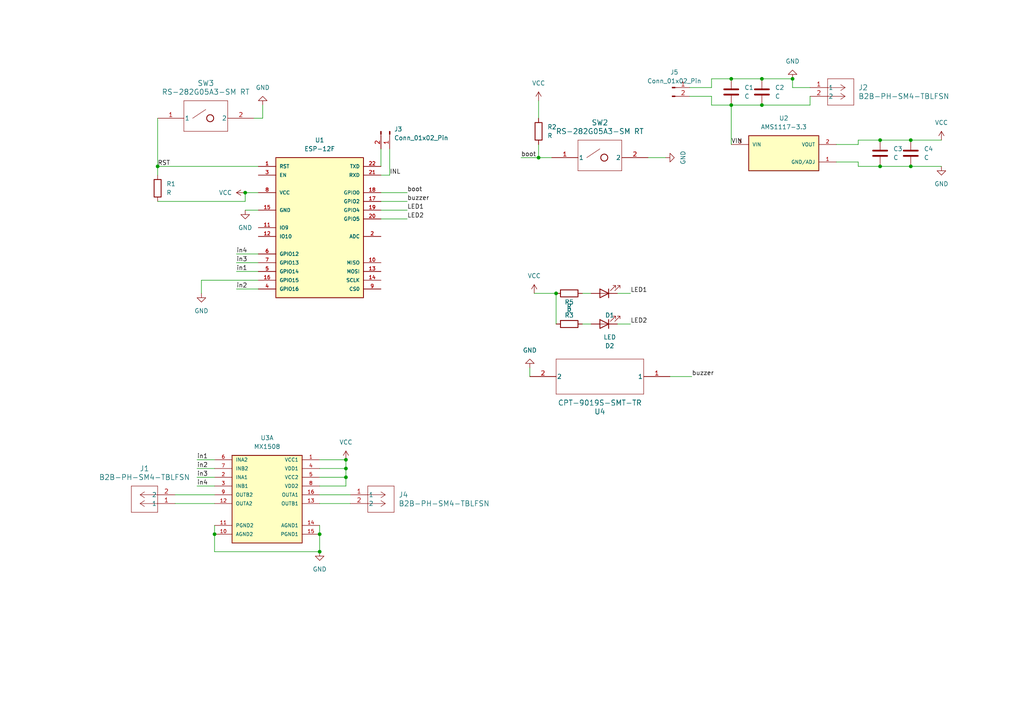
<source format=kicad_sch>
(kicad_sch (version 20230121) (generator eeschema)
  (paper "A4")
  (lib_symbols
    (symbol "Connector:Conn_01x02_Pin" (pin_names (offset 1.016) hide)
      (property "Reference" "J" (at 0 2.54 0))
      (property "Value" "Conn_01x02_Pin" (at 0 -5.08 0))
      (symbol "Conn_01x02_Pin_1_1"
        (polyline (pts (xy 1.27 -2.54) (xy 0.8636 -2.54)) (stroke (width 0.1524)))
        (polyline (pts (xy 1.27 0) (xy 0.8636 0)) (stroke (width 0.1524)))
        (rectangle (start 0.8636 -2.413) (end 0 -2.667) (stroke (width 0.1524)) (fill (type outline)))
        (rectangle (start 0.8636 0.127) (end 0 -0.127) (stroke (width 0.1524)) (fill (type outline)))
        (pin passive line (at 5.08 0 180) (length 3.81) (name "Pin_1") (number "1"))
        (pin passive line (at 5.08 -2.54 180) (length 3.81) (name "Pin_2") (number "2"))
      )
    )
    (symbol "Device:C" (pin_numbers hide) (pin_names (offset 0.254))
      (property "Reference" "C" (at 0.635 2.54 0))
      (property "Value" "C" (at 0.635 -2.54 0))
      (symbol "C_0_1"
        (polyline (pts (xy -2.032 -0.762) (xy 2.032 -0.762)) (stroke (width 0.508)))
        (polyline (pts (xy -2.032 0.762) (xy 2.032 0.762)) (stroke (width 0.508)))
      )
      (symbol "C_1_1"
        (pin passive line (at 0 3.81 270) (length 2.794) (name "~") (number "1"))
        (pin passive line (at 0 -3.81 90) (length 2.794) (name "~") (number "2"))
      )
    )
    (symbol "Device:LED" (pin_numbers hide) (pin_names (offset 1.016) hide)
      (property "Reference" "D" (at 0 2.54 0))
      (property "Value" "LED" (at 0 -2.54 0))
      (symbol "LED_0_1"
        (polyline (pts (xy -1.27 -1.27) (xy -1.27 1.27)) (stroke (width 0.254)))
        (polyline (pts (xy -1.27 0) (xy 1.27 0)))
        (polyline (pts (xy 1.27 -1.27) (xy 1.27 1.27) (xy -1.27 0) (xy 1.27 -1.27)) (stroke (width 0.254)))
        (polyline (pts (xy -3.048 -0.762) (xy -4.572 -2.286) (xy -3.81 -2.286) (xy -4.572 -2.286) (xy -4.572 -1.524)))
        (polyline (pts (xy -1.778 -0.762) (xy -3.302 -2.286) (xy -2.54 -2.286) (xy -3.302 -2.286) (xy -3.302 -1.524)))
      )
      (symbol "LED_1_1"
        (pin passive line (at -3.81 0 0) (length 2.54) (name "K") (number "1"))
        (pin passive line (at 3.81 0 180) (length 2.54) (name "A") (number "2"))
      )
    )
    (symbol "Device:R" (pin_numbers hide) (pin_names (offset 0))
      (property "Reference" "R" (at 2.032 0 90))
      (property "Value" "R" (at 0 0 90))
      (symbol "R_0_1"
        (rectangle (start -1.016 -2.54) (end 1.016 2.54) (stroke (width 0.254)))
      )
      (symbol "R_1_1"
        (pin passive line (at 0 3.81 270) (length 1.27) (name "~") (number "1"))
        (pin passive line (at 0 -3.81 90) (length 1.27) (name "~") (number "2"))
      )
    )
    (symbol "esp_example_symbols:AMS1117-3.3" (pin_names (offset 1.016))
      (property "Reference" "U" (at -10.16 5.588 0))
      (property "Value" "AMS1117-3.3" (at -10.16 -8.128 0))
      (symbol "AMS1117-3.3_0_0"
        (rectangle (start -10.16 -5.08) (end 10.16 5.08) (stroke (width 0.254)) (fill (type background)))
        (pin power_in line (at 15.24 -2.54 180) (length 5.08) (name "GND/ADJ") (number "1"))
        (pin output line (at 15.24 2.54 180) (length 5.08) (name "VOUT") (number "2"))
        (pin input line (at -15.24 2.54 0) (length 5.08) (name "VIN") (number "3"))
      )
    )
    (symbol "esp_example_symbols:B2B-PH-SM4-TBLFSN" (pin_names (offset 0.254))
      (property "Reference" "J" (at 8.89 6.35 0))
      (property "Value" "B2B-PH-SM4-TBLFSN" (at 0 0 0))
      (symbol "B2B-PH-SM4-TBLFSN_1_1"
        (polyline (pts (xy 5.08 -5.08) (xy 12.7 -5.08)) (stroke (width 0.127)))
        (polyline (pts (xy 5.08 2.54) (xy 5.08 -5.08)) (stroke (width 0.127)))
        (polyline (pts (xy 10.16 -2.54) (xy 5.08 -2.54)) (stroke (width 0.127)))
        (polyline (pts (xy 10.16 -2.54) (xy 8.89 -3.3867)) (stroke (width 0.127)))
        (polyline (pts (xy 10.16 -2.54) (xy 8.89 -1.6933)) (stroke (width 0.127)))
        (polyline (pts (xy 10.16 0) (xy 5.08 0)) (stroke (width 0.127)))
        (polyline (pts (xy 10.16 0) (xy 8.89 -0.8467)) (stroke (width 0.127)))
        (polyline (pts (xy 10.16 0) (xy 8.89 0.8467)) (stroke (width 0.127)))
        (polyline (pts (xy 12.7 -5.08) (xy 12.7 2.54)) (stroke (width 0.127)))
        (polyline (pts (xy 12.7 2.54) (xy 5.08 2.54)) (stroke (width 0.127)))
        (pin unspecified line (at 0 0 0) (length 5.08) (name "1") (number "1"))
        (pin unspecified line (at 0 -2.54 0) (length 5.08) (name "2") (number "2"))
      )
      (symbol "B2B-PH-SM4-TBLFSN_1_2"
        (polyline (pts (xy 5.08 -5.08) (xy 12.7 -5.08)) (stroke (width 0.127)))
        (polyline (pts (xy 5.08 2.54) (xy 5.08 -5.08)) (stroke (width 0.127)))
        (polyline (pts (xy 7.62 -2.54) (xy 5.08 -2.54)) (stroke (width 0.127)))
        (polyline (pts (xy 7.62 -2.54) (xy 8.89 -3.3867)) (stroke (width 0.127)))
        (polyline (pts (xy 7.62 -2.54) (xy 8.89 -1.6933)) (stroke (width 0.127)))
        (polyline (pts (xy 7.62 0) (xy 5.08 0)) (stroke (width 0.127)))
        (polyline (pts (xy 7.62 0) (xy 8.89 -0.8467)) (stroke (width 0.127)))
        (polyline (pts (xy 7.62 0) (xy 8.89 0.8467)) (stroke (width 0.127)))
        (polyline (pts (xy 12.7 -5.08) (xy 12.7 2.54)) (stroke (width 0.127)))
        (polyline (pts (xy 12.7 2.54) (xy 5.08 2.54)) (stroke (width 0.127)))
        (pin unspecified line (at 0 0 0) (length 5.08) (name "1") (number "1"))
        (pin unspecified line (at 0 -2.54 0) (length 5.08) (name "2") (number "2"))
      )
    )
    (symbol "esp_example_symbols:CPT-9019S-SMT-TR" (pin_names (offset 0.254))
      (property "Reference" "U" (at 20.32 10.16 0))
      (property "Value" "CPT-9019S-SMT-TR" (at 20.32 7.62 0))
      (symbol "CPT-9019S-SMT-TR_0_1"
        (polyline (pts (xy 7.62 -5.08) (xy 33.02 -5.08)) (stroke (width 0.127)))
        (polyline (pts (xy 7.62 5.08) (xy 7.62 -5.08)) (stroke (width 0.127)))
        (polyline (pts (xy 33.02 -5.08) (xy 33.02 5.08)) (stroke (width 0.127)))
        (polyline (pts (xy 33.02 5.08) (xy 7.62 5.08)) (stroke (width 0.127)))
        (pin unspecified line (at 0 0 0) (length 7.62) (name "1") (number "1"))
        (pin unspecified line (at 40.64 0 180) (length 7.62) (name "2") (number "2"))
      )
    )
    (symbol "esp_example_symbols:ESP-12F" (pin_names (offset 1.016))
      (property "Reference" "U" (at -12.7254 22.9057 0))
      (property "Value" "ESP-12F" (at -12.7237 -22.9026 0))
      (symbol "ESP-12F_0_0"
        (rectangle (start -12.7 20.32) (end 12.7 -20.32) (stroke (width 0.254)) (fill (type background)))
        (pin bidirectional line (at -17.78 17.78 0) (length 5.08) (name "RST") (number "1"))
        (pin bidirectional line (at 17.78 -10.16 180) (length 5.08) (name "MISO") (number "10"))
        (pin bidirectional line (at -17.78 0 0) (length 5.08) (name "IO9") (number "11"))
        (pin bidirectional line (at -17.78 -2.54 0) (length 5.08) (name "IO10") (number "12"))
        (pin bidirectional line (at 17.78 -12.7 180) (length 5.08) (name "MOSI") (number "13"))
        (pin bidirectional line (at 17.78 -15.24 180) (length 5.08) (name "SCLK") (number "14"))
        (pin bidirectional line (at -17.78 5.08 0) (length 5.08) (name "GND") (number "15"))
        (pin bidirectional line (at -17.78 -15.24 0) (length 5.08) (name "GPIO15") (number "16"))
        (pin bidirectional line (at 17.78 7.62 180) (length 5.08) (name "GPIO2") (number "17"))
        (pin bidirectional line (at 17.78 10.16 180) (length 5.08) (name "GPIO0") (number "18"))
        (pin bidirectional line (at 17.78 5.08 180) (length 5.08) (name "GPIO4") (number "19"))
        (pin bidirectional line (at 17.78 -2.54 180) (length 5.08) (name "ADC") (number "2"))
        (pin bidirectional line (at 17.78 2.54 180) (length 5.08) (name "GPIO5") (number "20"))
        (pin bidirectional line (at 17.78 15.24 180) (length 5.08) (name "RXD") (number "21"))
        (pin bidirectional line (at 17.78 17.78 180) (length 5.08) (name "TXD") (number "22"))
        (pin bidirectional line (at -17.78 15.24 0) (length 5.08) (name "EN") (number "3"))
        (pin bidirectional line (at -17.78 -17.78 0) (length 5.08) (name "GPIO16") (number "4"))
        (pin bidirectional line (at -17.78 -12.7 0) (length 5.08) (name "GPIO14") (number "5"))
        (pin bidirectional line (at -17.78 -7.62 0) (length 5.08) (name "GPIO12") (number "6"))
        (pin bidirectional line (at -17.78 -10.16 0) (length 5.08) (name "GPIO13") (number "7"))
        (pin bidirectional line (at -17.78 10.16 0) (length 5.08) (name "VCC") (number "8"))
        (pin bidirectional line (at 17.78 -17.78 180) (length 5.08) (name "CS0") (number "9"))
      )
    )
    (symbol "esp_example_symbols:MX1508" (pin_names (offset 1.016))
      (property "Reference" "U" (at -10.16 15.24 0))
      (property "Value" "MX1508" (at -10.16 -15.24 0))
      (symbol "MX1508_1_0"
        (rectangle (start -10.16 12.7) (end 10.16 -12.7) (stroke (width 0.254)) (fill (type background)))
        (pin power_in line (at 15.24 11.43 180) (length 5.08) (name "VCC1") (number "1"))
        (pin power_in line (at -15.24 -10.16 0) (length 5.08) (name "AGND2") (number "10"))
        (pin power_in line (at -15.24 -7.62 0) (length 5.08) (name "PGND2") (number "11"))
        (pin input line (at -15.24 -1.27 0) (length 5.08) (name "OUTA2") (number "12"))
        (pin output line (at 15.24 -1.27 180) (length 5.08) (name "OUTB1") (number "13"))
        (pin power_in line (at 15.24 -7.62 180) (length 5.08) (name "AGND1") (number "14"))
        (pin power_in line (at 15.24 -10.16 180) (length 5.08) (name "PGND1") (number "15"))
        (pin output line (at 15.24 1.27 180) (length 5.08) (name "OUTA1") (number "16"))
        (pin input line (at -15.24 6.35 0) (length 5.08) (name "INA1") (number "2"))
        (pin input line (at -15.24 3.81 0) (length 5.08) (name "INB1") (number "3"))
        (pin power_in line (at 15.24 8.89 180) (length 5.08) (name "VDD1") (number "4"))
        (pin power_in line (at 15.24 6.35 180) (length 5.08) (name "VCC2") (number "5"))
        (pin input line (at -15.24 11.43 0) (length 5.08) (name "INA2") (number "6"))
        (pin input line (at -15.24 8.89 0) (length 5.08) (name "INB2") (number "7"))
        (pin power_in line (at 15.24 3.81 180) (length 5.08) (name "VDD2") (number "8"))
        (pin input line (at -15.24 1.27 0) (length 5.08) (name "OUTB2") (number "9"))
      )
      (symbol "MX1508_2_0"
        (rectangle (start -10.16 -12.7) (end 10.16 12.7) (stroke (width 0.254)) (fill (type background)))
        (pin power_in line (at 15.24 -7.62 180) (length 5.08) (name "AGND2") (number "10"))
        (pin power_in line (at 15.24 -10.16 180) (length 5.08) (name "PGND2") (number "11"))
        (pin output line (at 15.24 2.54 180) (length 5.08) (name "OUTA2") (number "12"))
        (pin input line (at -15.24 -1.27 0) (length 5.08) (name "OUTA2") (number "12-UB"))
        (pin power_in line (at 15.24 10.16 180) (length 5.08) (name "VCC2") (number "5"))
        (pin input line (at -15.24 2.54 0) (length 5.08) (name "INA2") (number "6"))
        (pin input line (at -15.24 -2.54 0) (length 5.08) (name "INB2") (number "7"))
        (pin power_in line (at 15.24 7.62 180) (length 5.08) (name "VDD2") (number "8"))
        (pin output line (at 15.24 -2.54 180) (length 5.08) (name "OUTB2") (number "9"))
        (pin input line (at -15.24 1.27 0) (length 5.08) (name "OUTB2") (number "9-UB"))
      )
    )
    (symbol "esp_example_symbols:RS-282G05A3-SM_RT" (pin_names (offset 0.254))
      (property "Reference" "SW" (at 40.64 12.7 0))
      (property "Value" "RS-282G05A3-SM RT" (at 40.64 10.16 0))
      (symbol "RS-282G05A3-SM_RT_0_1"
        (polyline (pts (xy 50.8 -3.81) (xy 63.5 -3.81)) (stroke (width 0.127)))
        (polyline (pts (xy 50.8 5.08) (xy 50.8 -3.81)) (stroke (width 0.127)))
        (polyline (pts (xy 53.34 0) (xy 57.15 2.54)) (stroke (width 0.127)))
        (polyline (pts (xy 63.5 -3.81) (xy 63.5 5.08)) (stroke (width 0.127)))
        (polyline (pts (xy 63.5 5.08) (xy 50.8 5.08)) (stroke (width 0.127)))
        (circle (center 58.42 0) (radius 1.016) (stroke (width 0.254)))
        (pin unspecified line (at 43.18 0 0) (length 7.62) (name "1") (number "1"))
        (pin unspecified line (at 71.12 0 180) (length 7.62) (name "2") (number "2"))
      )
    )
    (symbol "power:GND" (power) (pin_names (offset 0))
      (property "Value" "GND" (at 0 -3.81 0))
      (symbol "GND_0_1"
        (polyline (pts (xy 0 0) (xy 0 -1.27) (xy 1.27 -1.27) (xy 0 -2.54) (xy -1.27 -1.27) (xy 0 -1.27)))
      )
      (symbol "GND_1_1"
        (pin power_in line (at 0 0 270) (length 0) hide (name "GND") (number "1"))
      )
    )
    (symbol "power:VCC" (power) (pin_names (offset 0))
      (property "Value" "VCC" (at 0 3.81 0))
      (symbol "VCC_0_1"
        (polyline (pts (xy -0.762 1.27) (xy 0 2.54)))
        (polyline (pts (xy 0 0) (xy 0 2.54)))
        (polyline (pts (xy 0 2.54) (xy 0.762 1.27)))
      )
      (symbol "VCC_1_1"
        (pin power_in line (at 0 0 90) (length 0) hide (name "VCC") (number "1"))
      )
    )
  )
  (junction (at 264.16 40.64))
  (junction (at 161.29 85.09))
  (junction (at 156.21 45.72))
  (junction (at 62.23 154.94))
  (junction (at 100.33 138.43))
  (junction (at 255.27 48.26))
  (junction (at 212.09 22.86))
  (junction (at 100.33 135.89))
  (junction (at 255.27 40.64))
  (junction (at 212.09 30.48))
  (junction (at 220.98 30.48))
  (junction (at 264.16 48.26))
  (junction (at 92.71 160.02))
  (junction (at 92.71 154.94))
  (junction (at 100.33 133.35))
  (junction (at 220.98 22.86))
  (junction (at 229.87 22.86))
  (junction (at 71.12 55.88))
  (junction (at 45.72 48.26))
  (wire (pts (xy 100.33 133.35) (xy 100.33 135.89)))
  (wire (pts (xy 153.67 106.68) (xy 153.67 109.22)))
  (wire (pts (xy 212.09 22.86) (xy 220.98 22.86)))
  (wire (pts (xy 255.27 40.64) (xy 248.92 40.64)))
  (wire (pts (xy 100.33 140.97) (xy 100.33 138.43)))
  (wire (pts (xy 57.15 135.89) (xy 62.23 135.89)))
  (wire (pts (xy 242.57 46.99) (xy 248.92 46.99)))
  (wire (pts (xy 179.07 93.98) (xy 182.88 93.98)))
  (wire (pts (xy 71.12 58.42) (xy 71.12 55.88)))
  (wire (pts (xy 62.23 160.02) (xy 92.71 160.02)))
  (wire (pts (xy 68.58 83.82) (xy 74.93 83.82)))
  (wire (pts (xy 113.03 50.8) (xy 110.49 50.8)))
  (wire (pts (xy 206.375 25.4) (xy 206.375 22.86)))
  (wire (pts (xy 156.21 45.72) (xy 160.02 45.72)))
  (wire (pts (xy 229.87 25.4) (xy 234.95 25.4)))
  (wire (pts (xy 273.05 48.26) (xy 264.16 48.26)))
  (wire (pts (xy 50.8 146.05) (xy 62.23 146.05)))
  (wire (pts (xy 171.45 85.09) (xy 168.91 85.09)))
  (wire (pts (xy 68.58 78.74) (xy 74.93 78.74)))
  (wire (pts (xy 92.71 152.4) (xy 92.71 154.94)))
  (wire (pts (xy 68.58 73.66) (xy 74.93 73.66)))
  (wire (pts (xy 248.92 48.26) (xy 255.27 48.26)))
  (wire (pts (xy 151.13 45.72) (xy 156.21 45.72)))
  (wire (pts (xy 168.91 93.98) (xy 171.45 93.98)))
  (wire (pts (xy 206.375 22.86) (xy 212.09 22.86)))
  (wire (pts (xy 110.49 63.5) (xy 118.11 63.5)))
  (wire (pts (xy 156.21 45.72) (xy 156.21 41.91)))
  (wire (pts (xy 71.12 60.96) (xy 74.93 60.96)))
  (wire (pts (xy 45.72 58.42) (xy 71.12 58.42)))
  (wire (pts (xy 234.95 30.48) (xy 234.95 27.94)))
  (wire (pts (xy 45.72 48.26) (xy 45.72 50.8)))
  (wire (pts (xy 229.87 22.86) (xy 229.87 25.4)))
  (wire (pts (xy 76.2 30.48) (xy 76.2 34.29)))
  (wire (pts (xy 58.42 85.09) (xy 58.42 81.28)))
  (wire (pts (xy 110.49 43.18) (xy 110.49 48.26)))
  (wire (pts (xy 45.72 34.29) (xy 45.72 48.26)))
  (wire (pts (xy 154.94 85.09) (xy 161.29 85.09)))
  (wire (pts (xy 200.025 27.94) (xy 206.375 27.94)))
  (wire (pts (xy 92.71 138.43) (xy 100.33 138.43)))
  (wire (pts (xy 161.29 85.09) (xy 161.29 93.98)))
  (wire (pts (xy 212.09 30.48) (xy 212.09 41.91)))
  (wire (pts (xy 92.71 133.35) (xy 100.33 133.35)))
  (wire (pts (xy 62.23 152.4) (xy 62.23 154.94)))
  (wire (pts (xy 248.92 48.26) (xy 248.92 46.99)))
  (wire (pts (xy 156.21 29.21) (xy 156.21 34.29)))
  (wire (pts (xy 206.375 30.48) (xy 212.09 30.48)))
  (wire (pts (xy 194.31 109.22) (xy 200.66 109.22)))
  (wire (pts (xy 92.71 135.89) (xy 100.33 135.89)))
  (wire (pts (xy 58.42 81.28) (xy 74.93 81.28)))
  (wire (pts (xy 113.03 43.18) (xy 113.03 50.8)))
  (wire (pts (xy 92.71 140.97) (xy 100.33 140.97)))
  (wire (pts (xy 248.92 40.64) (xy 248.92 41.91)))
  (wire (pts (xy 71.12 55.88) (xy 74.93 55.88)))
  (wire (pts (xy 57.15 138.43) (xy 62.23 138.43)))
  (wire (pts (xy 92.71 143.51) (xy 101.6 143.51)))
  (wire (pts (xy 187.96 45.72) (xy 193.04 45.72)))
  (wire (pts (xy 179.07 85.09) (xy 182.88 85.09)))
  (wire (pts (xy 92.71 146.05) (xy 101.6 146.05)))
  (wire (pts (xy 92.71 160.02) (xy 92.71 154.94)))
  (wire (pts (xy 110.49 55.88) (xy 118.11 55.88)))
  (wire (pts (xy 200.025 25.4) (xy 206.375 25.4)))
  (wire (pts (xy 50.8 143.51) (xy 62.23 143.51)))
  (wire (pts (xy 242.57 41.91) (xy 248.92 41.91)))
  (wire (pts (xy 68.58 76.2) (xy 74.93 76.2)))
  (wire (pts (xy 220.98 22.86) (xy 229.87 22.86)))
  (wire (pts (xy 57.15 140.97) (xy 62.23 140.97)))
  (wire (pts (xy 273.05 40.64) (xy 264.16 40.64)))
  (wire (pts (xy 62.23 154.94) (xy 62.23 160.02)))
  (wire (pts (xy 74.93 48.26) (xy 45.72 48.26)))
  (wire (pts (xy 220.98 30.48) (xy 234.95 30.48)))
  (wire (pts (xy 57.15 133.35) (xy 62.23 133.35)))
  (wire (pts (xy 212.09 30.48) (xy 220.98 30.48)))
  (wire (pts (xy 100.33 135.89) (xy 100.33 138.43)))
  (wire (pts (xy 110.49 60.96) (xy 118.11 60.96)))
  (wire (pts (xy 264.16 48.26) (xy 255.27 48.26)))
  (wire (pts (xy 206.375 27.94) (xy 206.375 30.48)))
  (wire (pts (xy 110.49 58.42) (xy 118.11 58.42)))
  (wire (pts (xy 255.27 40.64) (xy 264.16 40.64)))
  (wire (pts (xy 76.2 34.29) (xy 73.66 34.29)))
  (label "buzzer" (at 200.66 109.22 0))
  (label "boot" (at 151.13 45.72 0))
  (label "LED2" (at 118.11 63.5 0))
  (label "boot" (at 118.11 55.88 0))
  (label "in3" (at 68.58 76.2 0))
  (label "in2" (at 68.58 83.82 0))
  (label "RST" (at 45.72 48.26 0))
  (label "LED1" (at 182.88 85.09 0))
  (label "buzzer" (at 118.11 58.42 0))
  (label "LED2" (at 182.88 93.98 0))
  (label "INL" (at 113.03 50.8 0))
  (label "in4" (at 57.15 140.97 0))
  (label "in2" (at 57.15 135.89 0))
  (label "LED1" (at 118.11 60.96 0))
  (label "in1" (at 68.58 78.74 0))
  (label "VIN" (at 212.09 41.91 0))
  (label "in4" (at 68.58 73.66 0))
  (label "in1" (at 57.15 133.35 0))
  (label "in3" (at 57.15 138.43 0))
  (symbol (lib_id "Connector:Conn_01x02_Pin") (at 194.945 25.4 0) (unit 1)
    (property "Reference" "J5" (at 195.58 20.955 0))
    (property "Value" "Conn_01x02_Pin" (at 195.58 23.495 0))
    (property "Footprint" "Connector_PinHeader_2.54mm:PinHeader_1x02_P2.54mm_Vertical" (effects hide))
  )
  (symbol (lib_id "Device:LED") (at 175.26 93.98 180) (unit 1)
    (property "Reference" "D2" (at 176.8475 100.33 0))
    (property "Value" "LED" (at 176.8475 97.79 0))
    (property "Footprint" "LED_SMD:LED_1206_3216Metric" (effects hide))
  )
  (symbol (lib_id "power:GND") (at 193.04 45.72 90) (unit 1)
    (property "Reference" "#PWR09" (effects hide))
    (property "Value" "GND" (at 198.12 45.72 0))
  )
  (symbol (lib_id "Device:R") (at 165.1 93.98 90) (unit 1)
    (property "Reference" "R5" (at 165.1 87.63 90))
    (property "Value" "R" (at 165.1 90.17 90))
    (property "Footprint" "Resistor_SMD:R_0805_2012Metric" (effects hide))
  )
  (symbol (lib_id "power:VCC") (at 100.33 133.35 0) (unit 1)
    (property "Reference" "#PWR06" (effects hide))
    (property "Value" "VCC" (at 100.33 128.27 0))
  )
  (symbol (lib_id "esp_example_symbols:B2B-PH-SM4-TBLFSN") (at 234.95 25.4 0) (unit 1)
    (property "Reference" "J2" (at 248.92 25.4 0) (effects (font (size 1.524 1.524)) (justify left)))
    (property "Value" "B2B-PH-SM4-TBLFSN" (at 248.92 27.94 0) (effects (font (size 1.524 1.524)) (justify left)))
    (property "Footprint" "esp_lib:B2B-PH-SM4-TBLFSN_JST" (effects hide))
    (property "Datasheet" "B2B-PH-SM4-TBLFSN" (effects hide))
  )
  (symbol (lib_id "power:GND") (at 273.05 48.26 0) (unit 1)
    (property "Reference" "#PWR04" (effects hide))
    (property "Value" "GND" (at 273.05 53.34 0))
  )
  (symbol (lib_id "esp_example_symbols:B2B-PH-SM4-TBLFSN") (at 50.8 146.05 180) (unit 1)
    (property "Reference" "J1" (at 41.91 135.89 0) (effects (font (size 1.524 1.524))))
    (property "Value" "B2B-PH-SM4-TBLFSN" (at 41.91 138.43 0) (effects (font (size 1.524 1.524))))
    (property "Footprint" "esp_lib:B2B-PH-SM4-TBLFSN_JST" (effects hide))
    (property "Datasheet" "B2B-PH-SM4-TBLFSN" (effects hide))
  )
  (symbol (lib_id "esp_example_symbols:ESP-12F") (at 92.71 66.04 0) (unit 1)
    (property "Reference" "U1" (at 92.71 40.64 0))
    (property "Value" "ESP-12F" (at 92.71 43.18 0))
    (property "Footprint" "esp_lib:ESP-12F" (effects hide))
    (property "MF" "AI-Thinker" (effects hide))
    (property "Description" "\nWiFi Module\n" (effects hide))
    (property "Package" "Package" (effects hide))
    (property "Price" "None" (effects hide))
    (property "SnapEDA_Link" "https://www.snapeda.com/parts/ESP-12F/AI-Thinker/view-part/?ref=snap" (effects hide))
    (property "MP" "ESP-12F" (effects hide))
    (property "Availability" "Not in stock" (effects hide))
    (property "Check_prices" "https://www.snapeda.com/parts/ESP-12F/AI-Thinker/view-part/?ref=eda" (effects hide))
  )
  (symbol (lib_id "Device:LED") (at 175.26 85.09 180) (unit 1)
    (property "Reference" "D1" (at 176.8475 91.44 0))
    (property "Value" "LED" (effects hide))
    (property "Footprint" "LED_SMD:LED_1206_3216Metric" (effects hide))
  )
  (symbol (lib_id "power:GND") (at 229.87 22.86 180) (unit 1)
    (property "Reference" "#PWR07" (effects hide))
    (property "Value" "GND" (at 229.87 17.78 0))
  )
  (symbol (lib_id "esp_example_symbols:CPT-9019S-SMT-TR") (at 194.31 109.22 180) (unit 1)
    (property "Reference" "U4" (at 173.99 119.38 0) (effects (font (size 1.524 1.524))))
    (property "Value" "CPT-9019S-SMT-TR" (at 173.99 116.84 0) (effects (font (size 1.524 1.524))))
    (property "Footprint" "esp_lib:SM_CPT_9X9_CUD" (effects hide))
    (property "Datasheet" "CPT-9019S-SMT-TR" (effects hide))
  )
  (symbol (lib_id "esp_example_symbols:MX1508") (at 77.47 144.78 0) (unit 1)
    (property "Reference" "U3" (at 77.47 127 0))
    (property "Value" "MX1508" (at 77.47 129.54 0))
    (property "Footprint" "esp_lib:MX1508" (effects hide))
    (property "Description" "\n" (effects hide))
  )
  (symbol (lib_id "esp_example_symbols:AMS1117-3.3") (at 227.33 44.45 0) (unit 1)
    (property "Reference" "U2" (at 227.33 34.29 0))
    (property "Value" "AMS1117-3.3" (at 227.33 36.83 0))
    (property "Footprint" "esp_lib:SOT229P700X180-4N" (effects hide))
    (property "SnapEDA_Link" "https://www.snapeda.com/parts/AMS1117-3.3/Umwelt+Sensor+Teknik/view-part/?ref=snap" (effects hide))
    (property "Description" "\nLinear Voltage Regulator IC Positive Fixed 1 Output 1A SOT-223-3L\n" (effects hide))
    (property "Package" "None" (effects hide))
    (property "Price" "None" (effects hide))
    (property "MF" "UMW" (effects hide))
    (property "MP" "AMS1117-3.3" (effects hide))
    (property "Availability" "In Stock" (effects hide))
    (property "Check_prices" "https://www.snapeda.com/parts/AMS1117-3.3/Umwelt+Sensor+Teknik/view-part/?ref=eda" (effects hide))
  )
  (symbol (lib_id "esp_example_symbols:B2B-PH-SM4-TBLFSN") (at 101.6 143.51 0) (unit 1)
    (property "Reference" "J4" (at 115.57 143.51 0) (effects (font (size 1.524 1.524)) (justify left)))
    (property "Value" "B2B-PH-SM4-TBLFSN" (at 115.57 146.05 0) (effects (font (size 1.524 1.524)) (justify left)))
    (property "Footprint" "esp_lib:B2B-PH-SM4-TBLFSN_JST" (effects hide))
    (property "Datasheet" "B2B-PH-SM4-TBLFSN" (effects hide))
  )
  (symbol (lib_id "Device:R") (at 45.72 54.61 0) (unit 1)
    (property "Reference" "R1" (at 48.26 53.34 0) (effects (justify left)))
    (property "Value" "R" (at 48.26 55.88 0) (effects (justify left)))
    (property "Footprint" "Resistor_SMD:R_0805_2012Metric" (effects hide))
  )
  (symbol (lib_id "esp_example_symbols:RS-282G05A3-SM_RT") (at 116.84 45.72 0) (unit 1)
    (property "Reference" "SW2" (at 173.99 35.56 0) (effects (font (size 1.524 1.524))))
    (property "Value" "RS-282G05A3-SM RT" (at 173.99 38.1 0) (effects (font (size 1.524 1.524))))
    (property "Footprint" "esp_lib:RS-282G05A3-SM RT_CNK" (effects hide))
    (property "Datasheet" "RS-282G05A3-SM RT" (effects hide))
  )
  (symbol (lib_id "Device:C") (at 220.98 26.67 0) (unit 1)
    (property "Reference" "C2" (at 224.79 25.4 0) (effects (justify left)))
    (property "Value" "C" (at 224.79 27.94 0) (effects (justify left)))
    (property "Footprint" "Capacitor_SMD:C_0805_2012Metric" (effects hide))
  )
  (symbol (lib_id "Device:C") (at 212.09 26.67 0) (unit 1)
    (property "Reference" "C1" (at 215.9 25.4 0) (effects (justify left)))
    (property "Value" "C" (at 215.9 27.94 0) (effects (justify left)))
    (property "Footprint" "Capacitor_SMD:C_0805_2012Metric" (effects hide))
  )
  (symbol (lib_id "power:GND") (at 58.42 85.09 0) (unit 1)
    (property "Reference" "#PWR015" (effects hide))
    (property "Value" "GND" (at 58.42 90.17 0))
  )
  (symbol (lib_id "power:VCC") (at 273.05 40.64 0) (unit 1)
    (property "Reference" "#PWR01" (effects hide))
    (property "Value" "VCC" (at 273.05 35.56 0))
  )
  (symbol (lib_id "power:GND") (at 76.2 30.48 180) (unit 1)
    (property "Reference" "#PWR010" (effects hide))
    (property "Value" "GND" (at 76.2 25.4 0))
  )
  (symbol (lib_id "power:GND") (at 153.67 106.68 180) (unit 1)
    (property "Reference" "#PWR011" (effects hide))
    (property "Value" "GND" (at 153.67 101.6 0))
  )
  (symbol (lib_id "Device:R") (at 156.21 38.1 0) (unit 1)
    (property "Reference" "R2" (at 158.75 36.83 0) (effects (justify left)))
    (property "Value" "R" (at 158.75 39.37 0) (effects (justify left)))
    (property "Footprint" "Resistor_SMD:R_0805_2012Metric" (effects hide))
  )
  (symbol (lib_id "power:VCC") (at 71.12 55.88 90) (unit 1)
    (property "Reference" "#PWR02" (effects hide))
    (property "Value" "VCC" (at 67.31 55.88 90) (effects (justify left)))
  )
  (symbol (lib_id "power:GND") (at 71.12 60.96 0) (unit 1)
    (property "Reference" "#PWR03" (effects hide))
    (property "Value" "GND" (at 71.12 66.04 0))
  )
  (symbol (lib_id "power:VCC") (at 156.21 29.21 0) (unit 1)
    (property "Reference" "#PWR08" (effects hide))
    (property "Value" "VCC" (at 156.21 24.13 0))
  )
  (symbol (lib_id "Device:C") (at 264.16 44.45 0) (unit 1)
    (property "Reference" "C4" (at 267.97 43.18 0) (effects (justify left)))
    (property "Value" "C" (at 267.97 45.72 0) (effects (justify left)))
    (property "Footprint" "Capacitor_SMD:C_0805_2012Metric" (effects hide))
  )
  (symbol (lib_id "power:VCC") (at 154.94 85.09 0) (unit 1)
    (property "Reference" "#PWR012" (effects hide))
    (property "Value" "VCC" (at 154.94 80.01 0))
  )
  (symbol (lib_id "Device:C") (at 255.27 44.45 0) (unit 1)
    (property "Reference" "C3" (at 259.08 43.18 0) (effects (justify left)))
    (property "Value" "C" (at 259.08 45.72 0) (effects (justify left)))
    (property "Footprint" "Capacitor_SMD:C_0805_2012Metric" (effects hide))
  )
  (symbol (lib_id "Connector:Conn_01x02_Pin") (at 113.03 38.1 270) (unit 1)
    (property "Reference" "J3" (at 114.3 37.465 90) (effects (justify left)))
    (property "Value" "Conn_01x02_Pin" (at 114.3 40.005 90) (effects (justify left)))
    (property "Footprint" "Connector_PinHeader_2.54mm:PinHeader_1x02_P2.54mm_Vertical" (effects hide))
  )
  (symbol (lib_id "Device:R") (at 165.1 85.09 270) (unit 1)
    (property "Reference" "R3" (at 165.1 91.44 90))
    (property "Value" "R" (at 165.1 88.9 90))
    (property "Footprint" "Resistor_SMD:R_0805_2012Metric" (effects hide))
  )
  (symbol (lib_id "power:GND") (at 92.71 160.02 0) (unit 1)
    (property "Reference" "#PWR05" (effects hide))
    (property "Value" "GND" (at 92.71 165.1 0))
  )
  (symbol (lib_id "esp_example_symbols:RS-282G05A3-SM_RT") (at 2.54 34.29 0) (unit 1)
    (property "Reference" "SW3" (at 59.69 24.13 0) (effects (font (size 1.524 1.524))))
    (property "Value" "RS-282G05A3-SM RT" (at 59.69 26.67 0) (effects (font (size 1.524 1.524))))
    (property "Footprint" "esp_lib:RS-282G05A3-SM RT_CNK" (effects hide))
    (property "Datasheet" "RS-282G05A3-SM RT" (effects hide))
  )
)
</source>
